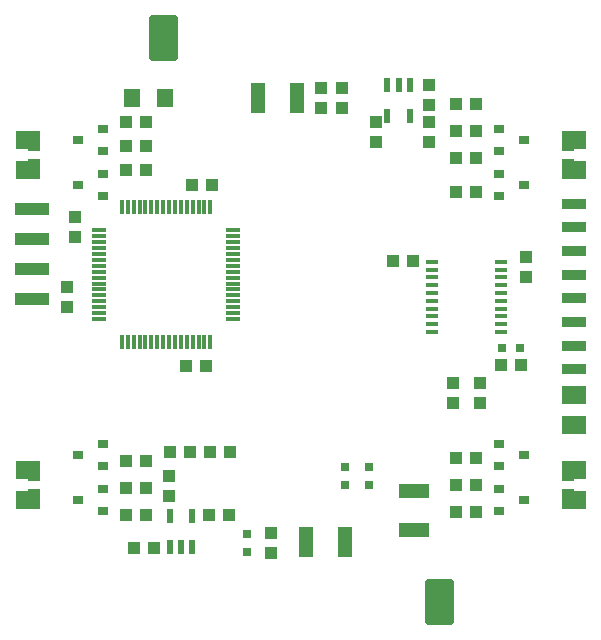
<source format=gtp>
G75*
G70*
%OFA0B0*%
%FSLAX24Y24*%
%IPPOS*%
%LPD*%
%AMOC8*
5,1,8,0,0,1.08239X$1,22.5*
%
%ADD10R,0.0472X0.0118*%
%ADD11R,0.0118X0.0472*%
%ADD12R,0.0472X0.0984*%
%ADD13R,0.0354X0.0315*%
%ADD14R,0.0394X0.0433*%
%ADD15R,0.0787X0.0591*%
%ADD16R,0.0433X0.0394*%
%ADD17R,0.1181X0.0394*%
%ADD18C,0.0236*%
%ADD19R,0.0315X0.0315*%
%ADD20R,0.0984X0.0472*%
%ADD21R,0.0551X0.0630*%
%ADD22R,0.0217X0.0472*%
%ADD23R,0.0394X0.0157*%
%ADD24R,0.0827X0.0335*%
D10*
X004872Y011882D03*
X004872Y012079D03*
X004872Y012276D03*
X004872Y012473D03*
X004872Y012669D03*
X004872Y012866D03*
X004872Y013063D03*
X004872Y013260D03*
X004872Y013457D03*
X004872Y013654D03*
X004872Y013851D03*
X004872Y014047D03*
X004872Y014244D03*
X004872Y014441D03*
X004872Y014638D03*
X004872Y014835D03*
X009361Y014835D03*
X009361Y014638D03*
X009361Y014441D03*
X009361Y014244D03*
X009361Y014047D03*
X009361Y013851D03*
X009361Y013654D03*
X009361Y013457D03*
X009361Y013260D03*
X009361Y013063D03*
X009361Y012866D03*
X009361Y012669D03*
X009361Y012473D03*
X009361Y012276D03*
X009361Y012079D03*
X009361Y011882D03*
D11*
X008593Y011114D03*
X008396Y011114D03*
X008199Y011114D03*
X008002Y011114D03*
X007806Y011114D03*
X007609Y011114D03*
X007412Y011114D03*
X007215Y011114D03*
X007018Y011114D03*
X006821Y011114D03*
X006624Y011114D03*
X006428Y011114D03*
X006231Y011114D03*
X006034Y011114D03*
X005837Y011114D03*
X005640Y011114D03*
X005640Y015603D03*
X005837Y015603D03*
X006034Y015603D03*
X006231Y015603D03*
X006428Y015603D03*
X006624Y015603D03*
X006821Y015603D03*
X007018Y015603D03*
X007215Y015603D03*
X007412Y015603D03*
X007609Y015603D03*
X007806Y015603D03*
X008002Y015603D03*
X008199Y015603D03*
X008396Y015603D03*
X008593Y015603D03*
D12*
X010167Y019258D03*
X011466Y019258D03*
X011767Y004458D03*
X013066Y004458D03*
D13*
X005010Y005484D03*
X005010Y006232D03*
X005010Y006984D03*
X005010Y007732D03*
X004183Y007358D03*
X004183Y005858D03*
X005010Y015984D03*
X005010Y016732D03*
X005010Y017484D03*
X005010Y018232D03*
X004183Y017858D03*
X004183Y016358D03*
X018223Y015984D03*
X018223Y016732D03*
X018223Y017484D03*
X018223Y018232D03*
X019050Y017858D03*
X019050Y016358D03*
X018223Y007732D03*
X018223Y006984D03*
X018223Y006232D03*
X018223Y005484D03*
X019050Y005858D03*
X019050Y007358D03*
D14*
X020517Y006693D03*
X020517Y006024D03*
X017567Y009074D03*
X017567Y009743D03*
X016667Y009743D03*
X016667Y009074D03*
X019117Y013274D03*
X019117Y013943D03*
X020517Y017024D03*
X020517Y017693D03*
X015867Y017774D03*
X015867Y018443D03*
X015867Y019024D03*
X015867Y019693D03*
X014117Y018443D03*
X014117Y017774D03*
X012967Y018924D03*
X012967Y019593D03*
X012267Y019593D03*
X012267Y018924D03*
X004067Y015293D03*
X004067Y014624D03*
X003817Y012943D03*
X003817Y012274D03*
X002717Y017024D03*
X002717Y017693D03*
X002717Y006693D03*
X002717Y006024D03*
X007217Y005974D03*
X007217Y006643D03*
X010617Y004743D03*
X010617Y004074D03*
D15*
X002517Y005858D03*
X002517Y006858D03*
X002517Y016858D03*
X002517Y017858D03*
X020717Y017858D03*
X020717Y016858D03*
X020717Y009358D03*
X020717Y008358D03*
X020717Y006858D03*
X020717Y005858D03*
D16*
X017451Y005458D03*
X016782Y005458D03*
X016782Y006358D03*
X017451Y006358D03*
X017451Y007258D03*
X016782Y007258D03*
X018282Y010358D03*
X018951Y010358D03*
X015351Y013808D03*
X014682Y013808D03*
X016782Y016108D03*
X017451Y016108D03*
X017451Y017258D03*
X016782Y017258D03*
X016782Y018158D03*
X017451Y018158D03*
X017451Y019058D03*
X016782Y019058D03*
X008651Y016358D03*
X007982Y016358D03*
X006451Y016858D03*
X005782Y016858D03*
X005782Y017658D03*
X006451Y017658D03*
X006451Y018458D03*
X005782Y018458D03*
X007782Y010308D03*
X008451Y010308D03*
X008582Y007458D03*
X009251Y007458D03*
X007901Y007458D03*
X007232Y007458D03*
X006451Y007158D03*
X005782Y007158D03*
X005782Y006258D03*
X006451Y006258D03*
X006451Y005358D03*
X005782Y005358D03*
X006032Y004258D03*
X006701Y004258D03*
X008532Y005358D03*
X009201Y005358D03*
D17*
X002648Y012558D03*
X002648Y013558D03*
X002648Y014558D03*
X002648Y015558D03*
D18*
X007371Y020609D02*
X007371Y021907D01*
X007371Y020609D02*
X006663Y020609D01*
X006663Y021907D01*
X007371Y021907D01*
X007371Y020844D02*
X006663Y020844D01*
X006663Y021079D02*
X007371Y021079D01*
X007371Y021314D02*
X006663Y021314D01*
X006663Y021549D02*
X007371Y021549D01*
X007371Y021784D02*
X006663Y021784D01*
X015863Y003107D02*
X015863Y001809D01*
X015863Y003107D02*
X016571Y003107D01*
X016571Y001809D01*
X015863Y001809D01*
X015863Y002044D02*
X016571Y002044D01*
X016571Y002279D02*
X015863Y002279D01*
X015863Y002514D02*
X016571Y002514D01*
X016571Y002749D02*
X015863Y002749D01*
X015863Y002984D02*
X016571Y002984D01*
D19*
X013867Y006363D03*
X013867Y006954D03*
X013067Y006954D03*
X013067Y006363D03*
X009817Y004704D03*
X009817Y004113D03*
X018321Y010908D03*
X018912Y010908D03*
D20*
X015367Y006158D03*
X015367Y004859D03*
D21*
X007068Y019258D03*
X005965Y019258D03*
D22*
X014493Y019670D03*
X014867Y019670D03*
X015241Y019670D03*
X015241Y018647D03*
X014493Y018647D03*
X007991Y005320D03*
X007243Y005320D03*
X007243Y004297D03*
X007617Y004297D03*
X007991Y004297D03*
D23*
X015973Y011448D03*
X015973Y011708D03*
X015973Y011968D03*
X015973Y012228D03*
X015973Y012488D03*
X015973Y012748D03*
X015973Y013008D03*
X015970Y013268D03*
X015973Y013528D03*
X015973Y013788D03*
X018273Y013788D03*
X018273Y013528D03*
X018275Y013268D03*
X018273Y013008D03*
X018273Y012748D03*
X018273Y012488D03*
X018273Y012228D03*
X018273Y011968D03*
X018273Y011708D03*
X018273Y011448D03*
D24*
X020717Y011783D03*
X020717Y010996D03*
X020717Y010208D03*
X020717Y012571D03*
X020717Y013358D03*
X020717Y014145D03*
X020717Y014933D03*
X020717Y015720D03*
M02*

</source>
